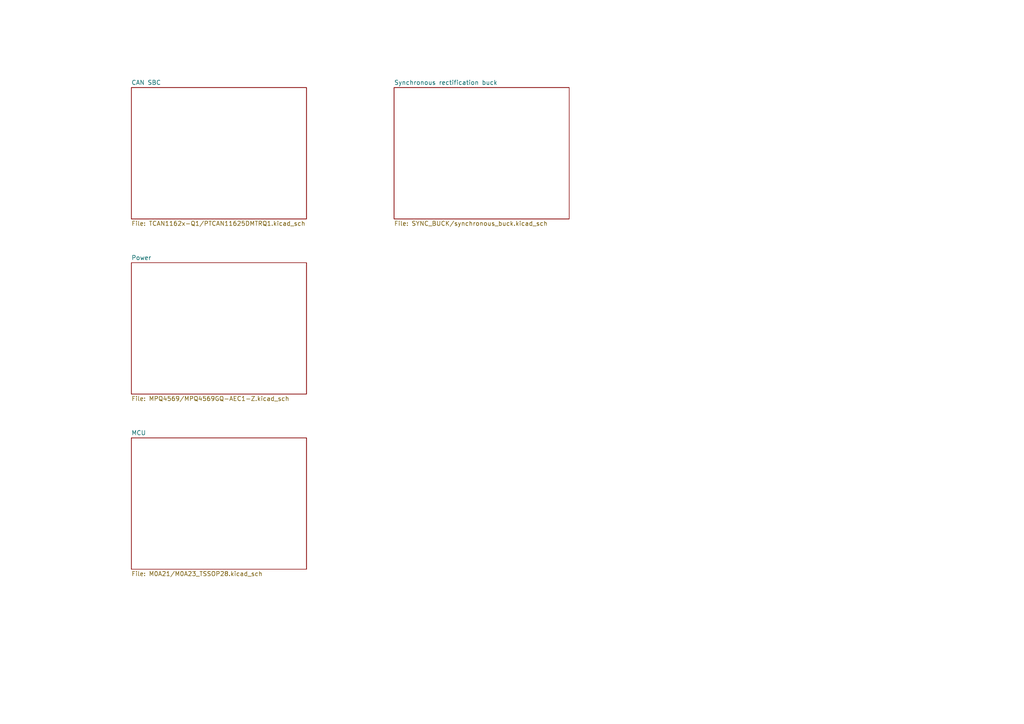
<source format=kicad_sch>
(kicad_sch (version 20211123) (generator eeschema)
  (paper "A4")
  (title_block (title "Multi purpose power converter module with CAN bus interface") (date "2021-08-31") (rev "1.1") (company "DANCHOUZHOU") (comment 1 "City Science - MIT Media Lab") (comment 2 "danchouzhou@gmail.com"))
  (lib_symbols)
  (sheet (at 38.1 25.4) (size 50.8 38.1)
    (property "Sheet name" "CAN SBC" (at 38.1 24.6884 0) (effects (justify left bottom)))
    (property "Sheet file" "TCAN1162x-Q1/PTCAN11625DMTRQ1.kicad_sch" (at 38.1 64.0846 0) (effects (justify left top)))
  )
  (sheet (at 38.1 76.2) (size 50.8 38.1)
    (property "Sheet name" "Power" (at 38.1 75.4884 0) (effects (justify left bottom)))
    (property "Sheet file" "MPQ4569/MPQ4569GQ-AEC1-Z.kicad_sch" (at 38.1 114.8846 0) (effects (justify left top)))
  )
  (sheet (at 38.1 127) (size 50.8 38.1)
    (property "Sheet name" "MCU" (at 38.1 126.2884 0) (effects (justify left bottom)))
    (property "Sheet file" "M0A21/M0A23_TSSOP28.kicad_sch" (at 38.1 165.6846 0) (effects (justify left top)))
  )
  (sheet (at 114.3 25.4) (size 50.8 38.1)
    (property "Sheet name" "Synchronous rectification buck" (at 114.3 24.6884 0) (effects (justify left bottom)))
    (property "Sheet file" "SYNC_BUCK/synchronous_buck.kicad_sch" (at 114.3 64.0846 0) (effects (justify left top)))
  )
)
</source>
